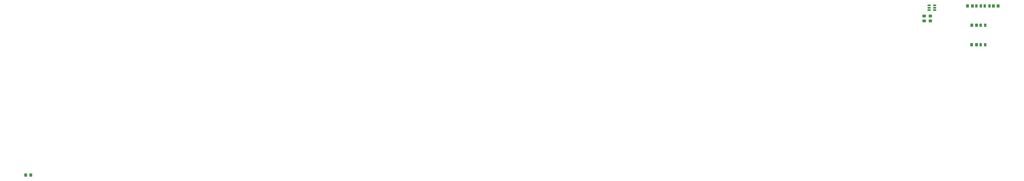
<source format=gbr>
%TF.GenerationSoftware,KiCad,Pcbnew,8.0.3*%
%TF.CreationDate,2024-07-09T08:04:14+10:00*%
%TF.ProjectId,A1200KBv2,41313230-304b-4427-9632-2e6b69636164,rev?*%
%TF.SameCoordinates,Original*%
%TF.FileFunction,Paste,Top*%
%TF.FilePolarity,Positive*%
%FSLAX46Y46*%
G04 Gerber Fmt 4.6, Leading zero omitted, Abs format (unit mm)*
G04 Created by KiCad (PCBNEW 8.0.3) date 2024-07-09 08:04:14*
%MOMM*%
%LPD*%
G01*
G04 APERTURE LIST*
G04 Aperture macros list*
%AMRoundRect*
0 Rectangle with rounded corners*
0 $1 Rounding radius*
0 $2 $3 $4 $5 $6 $7 $8 $9 X,Y pos of 4 corners*
0 Add a 4 corners polygon primitive as box body*
4,1,4,$2,$3,$4,$5,$6,$7,$8,$9,$2,$3,0*
0 Add four circle primitives for the rounded corners*
1,1,$1+$1,$2,$3*
1,1,$1+$1,$4,$5*
1,1,$1+$1,$6,$7*
1,1,$1+$1,$8,$9*
0 Add four rect primitives between the rounded corners*
20,1,$1+$1,$2,$3,$4,$5,0*
20,1,$1+$1,$4,$5,$6,$7,0*
20,1,$1+$1,$6,$7,$8,$9,0*
20,1,$1+$1,$8,$9,$2,$3,0*%
G04 Aperture macros list end*
%ADD10RoundRect,0.150000X-0.512500X-0.150000X0.512500X-0.150000X0.512500X0.150000X-0.512500X0.150000X0*%
%ADD11RoundRect,0.250000X-0.350000X-0.450000X0.350000X-0.450000X0.350000X0.450000X-0.350000X0.450000X0*%
%ADD12RoundRect,0.250000X0.450000X-0.350000X0.450000X0.350000X-0.450000X0.350000X-0.450000X-0.350000X0*%
%ADD13RoundRect,0.250000X0.350000X0.450000X-0.350000X0.450000X-0.350000X-0.450000X0.350000X-0.450000X0*%
%ADD14RoundRect,0.250000X-0.325000X-0.450000X0.325000X-0.450000X0.325000X0.450000X-0.325000X0.450000X0*%
%ADD15RoundRect,0.243750X0.243750X0.456250X-0.243750X0.456250X-0.243750X-0.456250X0.243750X-0.456250X0*%
%ADD16RoundRect,0.243750X-0.243750X-0.456250X0.243750X-0.456250X0.243750X0.456250X-0.243750X0.456250X0*%
%ADD17RoundRect,0.250000X0.475000X-0.337500X0.475000X0.337500X-0.475000X0.337500X-0.475000X-0.337500X0*%
G04 APERTURE END LIST*
D10*
%TO.C,U1*%
X445000000Y-42100000D03*
X445000000Y-43050000D03*
X445000000Y-44000000D03*
X447275000Y-44000000D03*
X447275000Y-43050000D03*
X447275000Y-42100000D03*
%TD*%
D11*
%TO.C,R5*%
X462576085Y-58315857D03*
X464576085Y-58315857D03*
%TD*%
%TO.C,R4*%
X462585571Y-50320725D03*
X464585571Y-50320725D03*
%TD*%
D12*
%TO.C,R3*%
X445500000Y-48500000D03*
X445500000Y-46500000D03*
%TD*%
D11*
%TO.C,R2*%
X471500209Y-42295429D03*
X473500209Y-42295429D03*
%TD*%
D13*
%TO.C,R1*%
X462853324Y-42305157D03*
X460853324Y-42305157D03*
%TD*%
D14*
%TO.C,K9*%
X72689628Y-112063912D03*
X74739628Y-112063912D03*
%TD*%
D15*
%TO.C,D9*%
X468146300Y-58303600D03*
X466271300Y-58303600D03*
%TD*%
%TO.C,D8*%
X468163635Y-50322664D03*
X466288635Y-50322664D03*
%TD*%
D16*
%TO.C,D7*%
X467992185Y-42294458D03*
X469867185Y-42294458D03*
%TD*%
D15*
%TO.C,D6*%
X466373756Y-42300292D03*
X464498756Y-42300292D03*
%TD*%
D17*
%TO.C,C1*%
X443000000Y-48537500D03*
X443000000Y-46462500D03*
%TD*%
M02*

</source>
